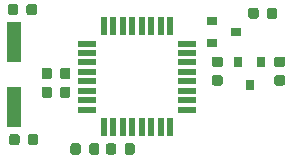
<source format=gbr>
G04 #@! TF.GenerationSoftware,KiCad,Pcbnew,(5.1.2)-2*
G04 #@! TF.CreationDate,2020-02-18T23:36:01-05:00*
G04 #@! TF.ProjectId,_autosave-AddressableLED,5f617574-6f73-4617-9665-2d4164647265,rev?*
G04 #@! TF.SameCoordinates,Original*
G04 #@! TF.FileFunction,Paste,Bot*
G04 #@! TF.FilePolarity,Positive*
%FSLAX46Y46*%
G04 Gerber Fmt 4.6, Leading zero omitted, Abs format (unit mm)*
G04 Created by KiCad (PCBNEW (5.1.2)-2) date 2020-02-18 23:36:01*
%MOMM*%
%LPD*%
G04 APERTURE LIST*
%ADD10C,0.100000*%
%ADD11C,0.875000*%
%ADD12R,0.900000X0.800000*%
%ADD13R,1.200000X3.500000*%
%ADD14R,0.550000X1.600000*%
%ADD15R,1.600000X0.550000*%
%ADD16R,0.800000X0.900000*%
G04 APERTURE END LIST*
D10*
G36*
X147077691Y-110551053D02*
G01*
X147098926Y-110554203D01*
X147119750Y-110559419D01*
X147139962Y-110566651D01*
X147159368Y-110575830D01*
X147177781Y-110586866D01*
X147195024Y-110599654D01*
X147210930Y-110614070D01*
X147225346Y-110629976D01*
X147238134Y-110647219D01*
X147249170Y-110665632D01*
X147258349Y-110685038D01*
X147265581Y-110705250D01*
X147270797Y-110726074D01*
X147273947Y-110747309D01*
X147275000Y-110768750D01*
X147275000Y-111206250D01*
X147273947Y-111227691D01*
X147270797Y-111248926D01*
X147265581Y-111269750D01*
X147258349Y-111289962D01*
X147249170Y-111309368D01*
X147238134Y-111327781D01*
X147225346Y-111345024D01*
X147210930Y-111360930D01*
X147195024Y-111375346D01*
X147177781Y-111388134D01*
X147159368Y-111399170D01*
X147139962Y-111408349D01*
X147119750Y-111415581D01*
X147098926Y-111420797D01*
X147077691Y-111423947D01*
X147056250Y-111425000D01*
X146543750Y-111425000D01*
X146522309Y-111423947D01*
X146501074Y-111420797D01*
X146480250Y-111415581D01*
X146460038Y-111408349D01*
X146440632Y-111399170D01*
X146422219Y-111388134D01*
X146404976Y-111375346D01*
X146389070Y-111360930D01*
X146374654Y-111345024D01*
X146361866Y-111327781D01*
X146350830Y-111309368D01*
X146341651Y-111289962D01*
X146334419Y-111269750D01*
X146329203Y-111248926D01*
X146326053Y-111227691D01*
X146325000Y-111206250D01*
X146325000Y-110768750D01*
X146326053Y-110747309D01*
X146329203Y-110726074D01*
X146334419Y-110705250D01*
X146341651Y-110685038D01*
X146350830Y-110665632D01*
X146361866Y-110647219D01*
X146374654Y-110629976D01*
X146389070Y-110614070D01*
X146404976Y-110599654D01*
X146422219Y-110586866D01*
X146440632Y-110575830D01*
X146460038Y-110566651D01*
X146480250Y-110559419D01*
X146501074Y-110554203D01*
X146522309Y-110551053D01*
X146543750Y-110550000D01*
X147056250Y-110550000D01*
X147077691Y-110551053D01*
X147077691Y-110551053D01*
G37*
D11*
X146800000Y-110987500D03*
D10*
G36*
X147077691Y-108976053D02*
G01*
X147098926Y-108979203D01*
X147119750Y-108984419D01*
X147139962Y-108991651D01*
X147159368Y-109000830D01*
X147177781Y-109011866D01*
X147195024Y-109024654D01*
X147210930Y-109039070D01*
X147225346Y-109054976D01*
X147238134Y-109072219D01*
X147249170Y-109090632D01*
X147258349Y-109110038D01*
X147265581Y-109130250D01*
X147270797Y-109151074D01*
X147273947Y-109172309D01*
X147275000Y-109193750D01*
X147275000Y-109631250D01*
X147273947Y-109652691D01*
X147270797Y-109673926D01*
X147265581Y-109694750D01*
X147258349Y-109714962D01*
X147249170Y-109734368D01*
X147238134Y-109752781D01*
X147225346Y-109770024D01*
X147210930Y-109785930D01*
X147195024Y-109800346D01*
X147177781Y-109813134D01*
X147159368Y-109824170D01*
X147139962Y-109833349D01*
X147119750Y-109840581D01*
X147098926Y-109845797D01*
X147077691Y-109848947D01*
X147056250Y-109850000D01*
X146543750Y-109850000D01*
X146522309Y-109848947D01*
X146501074Y-109845797D01*
X146480250Y-109840581D01*
X146460038Y-109833349D01*
X146440632Y-109824170D01*
X146422219Y-109813134D01*
X146404976Y-109800346D01*
X146389070Y-109785930D01*
X146374654Y-109770024D01*
X146361866Y-109752781D01*
X146350830Y-109734368D01*
X146341651Y-109714962D01*
X146334419Y-109694750D01*
X146329203Y-109673926D01*
X146326053Y-109652691D01*
X146325000Y-109631250D01*
X146325000Y-109193750D01*
X146326053Y-109172309D01*
X146329203Y-109151074D01*
X146334419Y-109130250D01*
X146341651Y-109110038D01*
X146350830Y-109090632D01*
X146361866Y-109072219D01*
X146374654Y-109054976D01*
X146389070Y-109039070D01*
X146404976Y-109024654D01*
X146422219Y-109011866D01*
X146440632Y-109000830D01*
X146460038Y-108991651D01*
X146480250Y-108984419D01*
X146501074Y-108979203D01*
X146522309Y-108976053D01*
X146543750Y-108975000D01*
X147056250Y-108975000D01*
X147077691Y-108976053D01*
X147077691Y-108976053D01*
G37*
D11*
X146800000Y-109412500D03*
D12*
X148400000Y-106900000D03*
X146400000Y-105950000D03*
X146400000Y-107850000D03*
D10*
G36*
X139627691Y-116326053D02*
G01*
X139648926Y-116329203D01*
X139669750Y-116334419D01*
X139689962Y-116341651D01*
X139709368Y-116350830D01*
X139727781Y-116361866D01*
X139745024Y-116374654D01*
X139760930Y-116389070D01*
X139775346Y-116404976D01*
X139788134Y-116422219D01*
X139799170Y-116440632D01*
X139808349Y-116460038D01*
X139815581Y-116480250D01*
X139820797Y-116501074D01*
X139823947Y-116522309D01*
X139825000Y-116543750D01*
X139825000Y-117056250D01*
X139823947Y-117077691D01*
X139820797Y-117098926D01*
X139815581Y-117119750D01*
X139808349Y-117139962D01*
X139799170Y-117159368D01*
X139788134Y-117177781D01*
X139775346Y-117195024D01*
X139760930Y-117210930D01*
X139745024Y-117225346D01*
X139727781Y-117238134D01*
X139709368Y-117249170D01*
X139689962Y-117258349D01*
X139669750Y-117265581D01*
X139648926Y-117270797D01*
X139627691Y-117273947D01*
X139606250Y-117275000D01*
X139168750Y-117275000D01*
X139147309Y-117273947D01*
X139126074Y-117270797D01*
X139105250Y-117265581D01*
X139085038Y-117258349D01*
X139065632Y-117249170D01*
X139047219Y-117238134D01*
X139029976Y-117225346D01*
X139014070Y-117210930D01*
X138999654Y-117195024D01*
X138986866Y-117177781D01*
X138975830Y-117159368D01*
X138966651Y-117139962D01*
X138959419Y-117119750D01*
X138954203Y-117098926D01*
X138951053Y-117077691D01*
X138950000Y-117056250D01*
X138950000Y-116543750D01*
X138951053Y-116522309D01*
X138954203Y-116501074D01*
X138959419Y-116480250D01*
X138966651Y-116460038D01*
X138975830Y-116440632D01*
X138986866Y-116422219D01*
X138999654Y-116404976D01*
X139014070Y-116389070D01*
X139029976Y-116374654D01*
X139047219Y-116361866D01*
X139065632Y-116350830D01*
X139085038Y-116341651D01*
X139105250Y-116334419D01*
X139126074Y-116329203D01*
X139147309Y-116326053D01*
X139168750Y-116325000D01*
X139606250Y-116325000D01*
X139627691Y-116326053D01*
X139627691Y-116326053D01*
G37*
D11*
X139387500Y-116800000D03*
D10*
G36*
X138052691Y-116326053D02*
G01*
X138073926Y-116329203D01*
X138094750Y-116334419D01*
X138114962Y-116341651D01*
X138134368Y-116350830D01*
X138152781Y-116361866D01*
X138170024Y-116374654D01*
X138185930Y-116389070D01*
X138200346Y-116404976D01*
X138213134Y-116422219D01*
X138224170Y-116440632D01*
X138233349Y-116460038D01*
X138240581Y-116480250D01*
X138245797Y-116501074D01*
X138248947Y-116522309D01*
X138250000Y-116543750D01*
X138250000Y-117056250D01*
X138248947Y-117077691D01*
X138245797Y-117098926D01*
X138240581Y-117119750D01*
X138233349Y-117139962D01*
X138224170Y-117159368D01*
X138213134Y-117177781D01*
X138200346Y-117195024D01*
X138185930Y-117210930D01*
X138170024Y-117225346D01*
X138152781Y-117238134D01*
X138134368Y-117249170D01*
X138114962Y-117258349D01*
X138094750Y-117265581D01*
X138073926Y-117270797D01*
X138052691Y-117273947D01*
X138031250Y-117275000D01*
X137593750Y-117275000D01*
X137572309Y-117273947D01*
X137551074Y-117270797D01*
X137530250Y-117265581D01*
X137510038Y-117258349D01*
X137490632Y-117249170D01*
X137472219Y-117238134D01*
X137454976Y-117225346D01*
X137439070Y-117210930D01*
X137424654Y-117195024D01*
X137411866Y-117177781D01*
X137400830Y-117159368D01*
X137391651Y-117139962D01*
X137384419Y-117119750D01*
X137379203Y-117098926D01*
X137376053Y-117077691D01*
X137375000Y-117056250D01*
X137375000Y-116543750D01*
X137376053Y-116522309D01*
X137379203Y-116501074D01*
X137384419Y-116480250D01*
X137391651Y-116460038D01*
X137400830Y-116440632D01*
X137411866Y-116422219D01*
X137424654Y-116404976D01*
X137439070Y-116389070D01*
X137454976Y-116374654D01*
X137472219Y-116361866D01*
X137490632Y-116350830D01*
X137510038Y-116341651D01*
X137530250Y-116334419D01*
X137551074Y-116329203D01*
X137572309Y-116326053D01*
X137593750Y-116325000D01*
X138031250Y-116325000D01*
X138052691Y-116326053D01*
X138052691Y-116326053D01*
G37*
D11*
X137812500Y-116800000D03*
D10*
G36*
X129752691Y-104526053D02*
G01*
X129773926Y-104529203D01*
X129794750Y-104534419D01*
X129814962Y-104541651D01*
X129834368Y-104550830D01*
X129852781Y-104561866D01*
X129870024Y-104574654D01*
X129885930Y-104589070D01*
X129900346Y-104604976D01*
X129913134Y-104622219D01*
X129924170Y-104640632D01*
X129933349Y-104660038D01*
X129940581Y-104680250D01*
X129945797Y-104701074D01*
X129948947Y-104722309D01*
X129950000Y-104743750D01*
X129950000Y-105256250D01*
X129948947Y-105277691D01*
X129945797Y-105298926D01*
X129940581Y-105319750D01*
X129933349Y-105339962D01*
X129924170Y-105359368D01*
X129913134Y-105377781D01*
X129900346Y-105395024D01*
X129885930Y-105410930D01*
X129870024Y-105425346D01*
X129852781Y-105438134D01*
X129834368Y-105449170D01*
X129814962Y-105458349D01*
X129794750Y-105465581D01*
X129773926Y-105470797D01*
X129752691Y-105473947D01*
X129731250Y-105475000D01*
X129293750Y-105475000D01*
X129272309Y-105473947D01*
X129251074Y-105470797D01*
X129230250Y-105465581D01*
X129210038Y-105458349D01*
X129190632Y-105449170D01*
X129172219Y-105438134D01*
X129154976Y-105425346D01*
X129139070Y-105410930D01*
X129124654Y-105395024D01*
X129111866Y-105377781D01*
X129100830Y-105359368D01*
X129091651Y-105339962D01*
X129084419Y-105319750D01*
X129079203Y-105298926D01*
X129076053Y-105277691D01*
X129075000Y-105256250D01*
X129075000Y-104743750D01*
X129076053Y-104722309D01*
X129079203Y-104701074D01*
X129084419Y-104680250D01*
X129091651Y-104660038D01*
X129100830Y-104640632D01*
X129111866Y-104622219D01*
X129124654Y-104604976D01*
X129139070Y-104589070D01*
X129154976Y-104574654D01*
X129172219Y-104561866D01*
X129190632Y-104550830D01*
X129210038Y-104541651D01*
X129230250Y-104534419D01*
X129251074Y-104529203D01*
X129272309Y-104526053D01*
X129293750Y-104525000D01*
X129731250Y-104525000D01*
X129752691Y-104526053D01*
X129752691Y-104526053D01*
G37*
D11*
X129512500Y-105000000D03*
D10*
G36*
X131327691Y-104526053D02*
G01*
X131348926Y-104529203D01*
X131369750Y-104534419D01*
X131389962Y-104541651D01*
X131409368Y-104550830D01*
X131427781Y-104561866D01*
X131445024Y-104574654D01*
X131460930Y-104589070D01*
X131475346Y-104604976D01*
X131488134Y-104622219D01*
X131499170Y-104640632D01*
X131508349Y-104660038D01*
X131515581Y-104680250D01*
X131520797Y-104701074D01*
X131523947Y-104722309D01*
X131525000Y-104743750D01*
X131525000Y-105256250D01*
X131523947Y-105277691D01*
X131520797Y-105298926D01*
X131515581Y-105319750D01*
X131508349Y-105339962D01*
X131499170Y-105359368D01*
X131488134Y-105377781D01*
X131475346Y-105395024D01*
X131460930Y-105410930D01*
X131445024Y-105425346D01*
X131427781Y-105438134D01*
X131409368Y-105449170D01*
X131389962Y-105458349D01*
X131369750Y-105465581D01*
X131348926Y-105470797D01*
X131327691Y-105473947D01*
X131306250Y-105475000D01*
X130868750Y-105475000D01*
X130847309Y-105473947D01*
X130826074Y-105470797D01*
X130805250Y-105465581D01*
X130785038Y-105458349D01*
X130765632Y-105449170D01*
X130747219Y-105438134D01*
X130729976Y-105425346D01*
X130714070Y-105410930D01*
X130699654Y-105395024D01*
X130686866Y-105377781D01*
X130675830Y-105359368D01*
X130666651Y-105339962D01*
X130659419Y-105319750D01*
X130654203Y-105298926D01*
X130651053Y-105277691D01*
X130650000Y-105256250D01*
X130650000Y-104743750D01*
X130651053Y-104722309D01*
X130654203Y-104701074D01*
X130659419Y-104680250D01*
X130666651Y-104660038D01*
X130675830Y-104640632D01*
X130686866Y-104622219D01*
X130699654Y-104604976D01*
X130714070Y-104589070D01*
X130729976Y-104574654D01*
X130747219Y-104561866D01*
X130765632Y-104550830D01*
X130785038Y-104541651D01*
X130805250Y-104534419D01*
X130826074Y-104529203D01*
X130847309Y-104526053D01*
X130868750Y-104525000D01*
X131306250Y-104525000D01*
X131327691Y-104526053D01*
X131327691Y-104526053D01*
G37*
D11*
X131087500Y-105000000D03*
D10*
G36*
X129865191Y-115526053D02*
G01*
X129886426Y-115529203D01*
X129907250Y-115534419D01*
X129927462Y-115541651D01*
X129946868Y-115550830D01*
X129965281Y-115561866D01*
X129982524Y-115574654D01*
X129998430Y-115589070D01*
X130012846Y-115604976D01*
X130025634Y-115622219D01*
X130036670Y-115640632D01*
X130045849Y-115660038D01*
X130053081Y-115680250D01*
X130058297Y-115701074D01*
X130061447Y-115722309D01*
X130062500Y-115743750D01*
X130062500Y-116256250D01*
X130061447Y-116277691D01*
X130058297Y-116298926D01*
X130053081Y-116319750D01*
X130045849Y-116339962D01*
X130036670Y-116359368D01*
X130025634Y-116377781D01*
X130012846Y-116395024D01*
X129998430Y-116410930D01*
X129982524Y-116425346D01*
X129965281Y-116438134D01*
X129946868Y-116449170D01*
X129927462Y-116458349D01*
X129907250Y-116465581D01*
X129886426Y-116470797D01*
X129865191Y-116473947D01*
X129843750Y-116475000D01*
X129406250Y-116475000D01*
X129384809Y-116473947D01*
X129363574Y-116470797D01*
X129342750Y-116465581D01*
X129322538Y-116458349D01*
X129303132Y-116449170D01*
X129284719Y-116438134D01*
X129267476Y-116425346D01*
X129251570Y-116410930D01*
X129237154Y-116395024D01*
X129224366Y-116377781D01*
X129213330Y-116359368D01*
X129204151Y-116339962D01*
X129196919Y-116319750D01*
X129191703Y-116298926D01*
X129188553Y-116277691D01*
X129187500Y-116256250D01*
X129187500Y-115743750D01*
X129188553Y-115722309D01*
X129191703Y-115701074D01*
X129196919Y-115680250D01*
X129204151Y-115660038D01*
X129213330Y-115640632D01*
X129224366Y-115622219D01*
X129237154Y-115604976D01*
X129251570Y-115589070D01*
X129267476Y-115574654D01*
X129284719Y-115561866D01*
X129303132Y-115550830D01*
X129322538Y-115541651D01*
X129342750Y-115534419D01*
X129363574Y-115529203D01*
X129384809Y-115526053D01*
X129406250Y-115525000D01*
X129843750Y-115525000D01*
X129865191Y-115526053D01*
X129865191Y-115526053D01*
G37*
D11*
X129625000Y-116000000D03*
D10*
G36*
X131440191Y-115526053D02*
G01*
X131461426Y-115529203D01*
X131482250Y-115534419D01*
X131502462Y-115541651D01*
X131521868Y-115550830D01*
X131540281Y-115561866D01*
X131557524Y-115574654D01*
X131573430Y-115589070D01*
X131587846Y-115604976D01*
X131600634Y-115622219D01*
X131611670Y-115640632D01*
X131620849Y-115660038D01*
X131628081Y-115680250D01*
X131633297Y-115701074D01*
X131636447Y-115722309D01*
X131637500Y-115743750D01*
X131637500Y-116256250D01*
X131636447Y-116277691D01*
X131633297Y-116298926D01*
X131628081Y-116319750D01*
X131620849Y-116339962D01*
X131611670Y-116359368D01*
X131600634Y-116377781D01*
X131587846Y-116395024D01*
X131573430Y-116410930D01*
X131557524Y-116425346D01*
X131540281Y-116438134D01*
X131521868Y-116449170D01*
X131502462Y-116458349D01*
X131482250Y-116465581D01*
X131461426Y-116470797D01*
X131440191Y-116473947D01*
X131418750Y-116475000D01*
X130981250Y-116475000D01*
X130959809Y-116473947D01*
X130938574Y-116470797D01*
X130917750Y-116465581D01*
X130897538Y-116458349D01*
X130878132Y-116449170D01*
X130859719Y-116438134D01*
X130842476Y-116425346D01*
X130826570Y-116410930D01*
X130812154Y-116395024D01*
X130799366Y-116377781D01*
X130788330Y-116359368D01*
X130779151Y-116339962D01*
X130771919Y-116319750D01*
X130766703Y-116298926D01*
X130763553Y-116277691D01*
X130762500Y-116256250D01*
X130762500Y-115743750D01*
X130763553Y-115722309D01*
X130766703Y-115701074D01*
X130771919Y-115680250D01*
X130779151Y-115660038D01*
X130788330Y-115640632D01*
X130799366Y-115622219D01*
X130812154Y-115604976D01*
X130826570Y-115589070D01*
X130842476Y-115574654D01*
X130859719Y-115561866D01*
X130878132Y-115550830D01*
X130897538Y-115541651D01*
X130917750Y-115534419D01*
X130938574Y-115529203D01*
X130959809Y-115526053D01*
X130981250Y-115525000D01*
X131418750Y-115525000D01*
X131440191Y-115526053D01*
X131440191Y-115526053D01*
G37*
D11*
X131200000Y-116000000D03*
D10*
G36*
X132602691Y-109926053D02*
G01*
X132623926Y-109929203D01*
X132644750Y-109934419D01*
X132664962Y-109941651D01*
X132684368Y-109950830D01*
X132702781Y-109961866D01*
X132720024Y-109974654D01*
X132735930Y-109989070D01*
X132750346Y-110004976D01*
X132763134Y-110022219D01*
X132774170Y-110040632D01*
X132783349Y-110060038D01*
X132790581Y-110080250D01*
X132795797Y-110101074D01*
X132798947Y-110122309D01*
X132800000Y-110143750D01*
X132800000Y-110656250D01*
X132798947Y-110677691D01*
X132795797Y-110698926D01*
X132790581Y-110719750D01*
X132783349Y-110739962D01*
X132774170Y-110759368D01*
X132763134Y-110777781D01*
X132750346Y-110795024D01*
X132735930Y-110810930D01*
X132720024Y-110825346D01*
X132702781Y-110838134D01*
X132684368Y-110849170D01*
X132664962Y-110858349D01*
X132644750Y-110865581D01*
X132623926Y-110870797D01*
X132602691Y-110873947D01*
X132581250Y-110875000D01*
X132143750Y-110875000D01*
X132122309Y-110873947D01*
X132101074Y-110870797D01*
X132080250Y-110865581D01*
X132060038Y-110858349D01*
X132040632Y-110849170D01*
X132022219Y-110838134D01*
X132004976Y-110825346D01*
X131989070Y-110810930D01*
X131974654Y-110795024D01*
X131961866Y-110777781D01*
X131950830Y-110759368D01*
X131941651Y-110739962D01*
X131934419Y-110719750D01*
X131929203Y-110698926D01*
X131926053Y-110677691D01*
X131925000Y-110656250D01*
X131925000Y-110143750D01*
X131926053Y-110122309D01*
X131929203Y-110101074D01*
X131934419Y-110080250D01*
X131941651Y-110060038D01*
X131950830Y-110040632D01*
X131961866Y-110022219D01*
X131974654Y-110004976D01*
X131989070Y-109989070D01*
X132004976Y-109974654D01*
X132022219Y-109961866D01*
X132040632Y-109950830D01*
X132060038Y-109941651D01*
X132080250Y-109934419D01*
X132101074Y-109929203D01*
X132122309Y-109926053D01*
X132143750Y-109925000D01*
X132581250Y-109925000D01*
X132602691Y-109926053D01*
X132602691Y-109926053D01*
G37*
D11*
X132362500Y-110400000D03*
D10*
G36*
X134177691Y-109926053D02*
G01*
X134198926Y-109929203D01*
X134219750Y-109934419D01*
X134239962Y-109941651D01*
X134259368Y-109950830D01*
X134277781Y-109961866D01*
X134295024Y-109974654D01*
X134310930Y-109989070D01*
X134325346Y-110004976D01*
X134338134Y-110022219D01*
X134349170Y-110040632D01*
X134358349Y-110060038D01*
X134365581Y-110080250D01*
X134370797Y-110101074D01*
X134373947Y-110122309D01*
X134375000Y-110143750D01*
X134375000Y-110656250D01*
X134373947Y-110677691D01*
X134370797Y-110698926D01*
X134365581Y-110719750D01*
X134358349Y-110739962D01*
X134349170Y-110759368D01*
X134338134Y-110777781D01*
X134325346Y-110795024D01*
X134310930Y-110810930D01*
X134295024Y-110825346D01*
X134277781Y-110838134D01*
X134259368Y-110849170D01*
X134239962Y-110858349D01*
X134219750Y-110865581D01*
X134198926Y-110870797D01*
X134177691Y-110873947D01*
X134156250Y-110875000D01*
X133718750Y-110875000D01*
X133697309Y-110873947D01*
X133676074Y-110870797D01*
X133655250Y-110865581D01*
X133635038Y-110858349D01*
X133615632Y-110849170D01*
X133597219Y-110838134D01*
X133579976Y-110825346D01*
X133564070Y-110810930D01*
X133549654Y-110795024D01*
X133536866Y-110777781D01*
X133525830Y-110759368D01*
X133516651Y-110739962D01*
X133509419Y-110719750D01*
X133504203Y-110698926D01*
X133501053Y-110677691D01*
X133500000Y-110656250D01*
X133500000Y-110143750D01*
X133501053Y-110122309D01*
X133504203Y-110101074D01*
X133509419Y-110080250D01*
X133516651Y-110060038D01*
X133525830Y-110040632D01*
X133536866Y-110022219D01*
X133549654Y-110004976D01*
X133564070Y-109989070D01*
X133579976Y-109974654D01*
X133597219Y-109961866D01*
X133615632Y-109950830D01*
X133635038Y-109941651D01*
X133655250Y-109934419D01*
X133676074Y-109929203D01*
X133697309Y-109926053D01*
X133718750Y-109925000D01*
X134156250Y-109925000D01*
X134177691Y-109926053D01*
X134177691Y-109926053D01*
G37*
D11*
X133937500Y-110400000D03*
D10*
G36*
X132602691Y-111526053D02*
G01*
X132623926Y-111529203D01*
X132644750Y-111534419D01*
X132664962Y-111541651D01*
X132684368Y-111550830D01*
X132702781Y-111561866D01*
X132720024Y-111574654D01*
X132735930Y-111589070D01*
X132750346Y-111604976D01*
X132763134Y-111622219D01*
X132774170Y-111640632D01*
X132783349Y-111660038D01*
X132790581Y-111680250D01*
X132795797Y-111701074D01*
X132798947Y-111722309D01*
X132800000Y-111743750D01*
X132800000Y-112256250D01*
X132798947Y-112277691D01*
X132795797Y-112298926D01*
X132790581Y-112319750D01*
X132783349Y-112339962D01*
X132774170Y-112359368D01*
X132763134Y-112377781D01*
X132750346Y-112395024D01*
X132735930Y-112410930D01*
X132720024Y-112425346D01*
X132702781Y-112438134D01*
X132684368Y-112449170D01*
X132664962Y-112458349D01*
X132644750Y-112465581D01*
X132623926Y-112470797D01*
X132602691Y-112473947D01*
X132581250Y-112475000D01*
X132143750Y-112475000D01*
X132122309Y-112473947D01*
X132101074Y-112470797D01*
X132080250Y-112465581D01*
X132060038Y-112458349D01*
X132040632Y-112449170D01*
X132022219Y-112438134D01*
X132004976Y-112425346D01*
X131989070Y-112410930D01*
X131974654Y-112395024D01*
X131961866Y-112377781D01*
X131950830Y-112359368D01*
X131941651Y-112339962D01*
X131934419Y-112319750D01*
X131929203Y-112298926D01*
X131926053Y-112277691D01*
X131925000Y-112256250D01*
X131925000Y-111743750D01*
X131926053Y-111722309D01*
X131929203Y-111701074D01*
X131934419Y-111680250D01*
X131941651Y-111660038D01*
X131950830Y-111640632D01*
X131961866Y-111622219D01*
X131974654Y-111604976D01*
X131989070Y-111589070D01*
X132004976Y-111574654D01*
X132022219Y-111561866D01*
X132040632Y-111550830D01*
X132060038Y-111541651D01*
X132080250Y-111534419D01*
X132101074Y-111529203D01*
X132122309Y-111526053D01*
X132143750Y-111525000D01*
X132581250Y-111525000D01*
X132602691Y-111526053D01*
X132602691Y-111526053D01*
G37*
D11*
X132362500Y-112000000D03*
D10*
G36*
X134177691Y-111526053D02*
G01*
X134198926Y-111529203D01*
X134219750Y-111534419D01*
X134239962Y-111541651D01*
X134259368Y-111550830D01*
X134277781Y-111561866D01*
X134295024Y-111574654D01*
X134310930Y-111589070D01*
X134325346Y-111604976D01*
X134338134Y-111622219D01*
X134349170Y-111640632D01*
X134358349Y-111660038D01*
X134365581Y-111680250D01*
X134370797Y-111701074D01*
X134373947Y-111722309D01*
X134375000Y-111743750D01*
X134375000Y-112256250D01*
X134373947Y-112277691D01*
X134370797Y-112298926D01*
X134365581Y-112319750D01*
X134358349Y-112339962D01*
X134349170Y-112359368D01*
X134338134Y-112377781D01*
X134325346Y-112395024D01*
X134310930Y-112410930D01*
X134295024Y-112425346D01*
X134277781Y-112438134D01*
X134259368Y-112449170D01*
X134239962Y-112458349D01*
X134219750Y-112465581D01*
X134198926Y-112470797D01*
X134177691Y-112473947D01*
X134156250Y-112475000D01*
X133718750Y-112475000D01*
X133697309Y-112473947D01*
X133676074Y-112470797D01*
X133655250Y-112465581D01*
X133635038Y-112458349D01*
X133615632Y-112449170D01*
X133597219Y-112438134D01*
X133579976Y-112425346D01*
X133564070Y-112410930D01*
X133549654Y-112395024D01*
X133536866Y-112377781D01*
X133525830Y-112359368D01*
X133516651Y-112339962D01*
X133509419Y-112319750D01*
X133504203Y-112298926D01*
X133501053Y-112277691D01*
X133500000Y-112256250D01*
X133500000Y-111743750D01*
X133501053Y-111722309D01*
X133504203Y-111701074D01*
X133509419Y-111680250D01*
X133516651Y-111660038D01*
X133525830Y-111640632D01*
X133536866Y-111622219D01*
X133549654Y-111604976D01*
X133564070Y-111589070D01*
X133579976Y-111574654D01*
X133597219Y-111561866D01*
X133615632Y-111550830D01*
X133635038Y-111541651D01*
X133655250Y-111534419D01*
X133676074Y-111529203D01*
X133697309Y-111526053D01*
X133718750Y-111525000D01*
X134156250Y-111525000D01*
X134177691Y-111526053D01*
X134177691Y-111526053D01*
G37*
D11*
X133937500Y-112000000D03*
D10*
G36*
X136627691Y-116326053D02*
G01*
X136648926Y-116329203D01*
X136669750Y-116334419D01*
X136689962Y-116341651D01*
X136709368Y-116350830D01*
X136727781Y-116361866D01*
X136745024Y-116374654D01*
X136760930Y-116389070D01*
X136775346Y-116404976D01*
X136788134Y-116422219D01*
X136799170Y-116440632D01*
X136808349Y-116460038D01*
X136815581Y-116480250D01*
X136820797Y-116501074D01*
X136823947Y-116522309D01*
X136825000Y-116543750D01*
X136825000Y-117056250D01*
X136823947Y-117077691D01*
X136820797Y-117098926D01*
X136815581Y-117119750D01*
X136808349Y-117139962D01*
X136799170Y-117159368D01*
X136788134Y-117177781D01*
X136775346Y-117195024D01*
X136760930Y-117210930D01*
X136745024Y-117225346D01*
X136727781Y-117238134D01*
X136709368Y-117249170D01*
X136689962Y-117258349D01*
X136669750Y-117265581D01*
X136648926Y-117270797D01*
X136627691Y-117273947D01*
X136606250Y-117275000D01*
X136168750Y-117275000D01*
X136147309Y-117273947D01*
X136126074Y-117270797D01*
X136105250Y-117265581D01*
X136085038Y-117258349D01*
X136065632Y-117249170D01*
X136047219Y-117238134D01*
X136029976Y-117225346D01*
X136014070Y-117210930D01*
X135999654Y-117195024D01*
X135986866Y-117177781D01*
X135975830Y-117159368D01*
X135966651Y-117139962D01*
X135959419Y-117119750D01*
X135954203Y-117098926D01*
X135951053Y-117077691D01*
X135950000Y-117056250D01*
X135950000Y-116543750D01*
X135951053Y-116522309D01*
X135954203Y-116501074D01*
X135959419Y-116480250D01*
X135966651Y-116460038D01*
X135975830Y-116440632D01*
X135986866Y-116422219D01*
X135999654Y-116404976D01*
X136014070Y-116389070D01*
X136029976Y-116374654D01*
X136047219Y-116361866D01*
X136065632Y-116350830D01*
X136085038Y-116341651D01*
X136105250Y-116334419D01*
X136126074Y-116329203D01*
X136147309Y-116326053D01*
X136168750Y-116325000D01*
X136606250Y-116325000D01*
X136627691Y-116326053D01*
X136627691Y-116326053D01*
G37*
D11*
X136387500Y-116800000D03*
D10*
G36*
X135052691Y-116326053D02*
G01*
X135073926Y-116329203D01*
X135094750Y-116334419D01*
X135114962Y-116341651D01*
X135134368Y-116350830D01*
X135152781Y-116361866D01*
X135170024Y-116374654D01*
X135185930Y-116389070D01*
X135200346Y-116404976D01*
X135213134Y-116422219D01*
X135224170Y-116440632D01*
X135233349Y-116460038D01*
X135240581Y-116480250D01*
X135245797Y-116501074D01*
X135248947Y-116522309D01*
X135250000Y-116543750D01*
X135250000Y-117056250D01*
X135248947Y-117077691D01*
X135245797Y-117098926D01*
X135240581Y-117119750D01*
X135233349Y-117139962D01*
X135224170Y-117159368D01*
X135213134Y-117177781D01*
X135200346Y-117195024D01*
X135185930Y-117210930D01*
X135170024Y-117225346D01*
X135152781Y-117238134D01*
X135134368Y-117249170D01*
X135114962Y-117258349D01*
X135094750Y-117265581D01*
X135073926Y-117270797D01*
X135052691Y-117273947D01*
X135031250Y-117275000D01*
X134593750Y-117275000D01*
X134572309Y-117273947D01*
X134551074Y-117270797D01*
X134530250Y-117265581D01*
X134510038Y-117258349D01*
X134490632Y-117249170D01*
X134472219Y-117238134D01*
X134454976Y-117225346D01*
X134439070Y-117210930D01*
X134424654Y-117195024D01*
X134411866Y-117177781D01*
X134400830Y-117159368D01*
X134391651Y-117139962D01*
X134384419Y-117119750D01*
X134379203Y-117098926D01*
X134376053Y-117077691D01*
X134375000Y-117056250D01*
X134375000Y-116543750D01*
X134376053Y-116522309D01*
X134379203Y-116501074D01*
X134384419Y-116480250D01*
X134391651Y-116460038D01*
X134400830Y-116440632D01*
X134411866Y-116422219D01*
X134424654Y-116404976D01*
X134439070Y-116389070D01*
X134454976Y-116374654D01*
X134472219Y-116361866D01*
X134490632Y-116350830D01*
X134510038Y-116341651D01*
X134530250Y-116334419D01*
X134551074Y-116329203D01*
X134572309Y-116326053D01*
X134593750Y-116325000D01*
X135031250Y-116325000D01*
X135052691Y-116326053D01*
X135052691Y-116326053D01*
G37*
D11*
X134812500Y-116800000D03*
D13*
X129600000Y-107750000D03*
X129600000Y-113250000D03*
D14*
X137200000Y-114918000D03*
X138000000Y-114918000D03*
X138800000Y-114918000D03*
X139600000Y-114918000D03*
X140400000Y-114918000D03*
X141200000Y-114918000D03*
X142000000Y-114918000D03*
X142800000Y-114918000D03*
D15*
X144250000Y-113468000D03*
X144250000Y-112668000D03*
X144250000Y-111868000D03*
X144250000Y-111068000D03*
X144250000Y-110268000D03*
X144250000Y-109468000D03*
X144250000Y-108668000D03*
X144250000Y-107868000D03*
D14*
X142800000Y-106418000D03*
X142000000Y-106418000D03*
X141200000Y-106418000D03*
X140400000Y-106418000D03*
X139600000Y-106418000D03*
X138800000Y-106418000D03*
X138000000Y-106418000D03*
X137200000Y-106418000D03*
D15*
X135750000Y-107868000D03*
X135750000Y-108668000D03*
X135750000Y-109468000D03*
X135750000Y-110268000D03*
X135750000Y-111068000D03*
X135750000Y-111868000D03*
X135750000Y-112668000D03*
X135750000Y-113468000D03*
D16*
X149550000Y-111400000D03*
X150500000Y-109400000D03*
X148600000Y-109400000D03*
D10*
G36*
X151677691Y-104826053D02*
G01*
X151698926Y-104829203D01*
X151719750Y-104834419D01*
X151739962Y-104841651D01*
X151759368Y-104850830D01*
X151777781Y-104861866D01*
X151795024Y-104874654D01*
X151810930Y-104889070D01*
X151825346Y-104904976D01*
X151838134Y-104922219D01*
X151849170Y-104940632D01*
X151858349Y-104960038D01*
X151865581Y-104980250D01*
X151870797Y-105001074D01*
X151873947Y-105022309D01*
X151875000Y-105043750D01*
X151875000Y-105556250D01*
X151873947Y-105577691D01*
X151870797Y-105598926D01*
X151865581Y-105619750D01*
X151858349Y-105639962D01*
X151849170Y-105659368D01*
X151838134Y-105677781D01*
X151825346Y-105695024D01*
X151810930Y-105710930D01*
X151795024Y-105725346D01*
X151777781Y-105738134D01*
X151759368Y-105749170D01*
X151739962Y-105758349D01*
X151719750Y-105765581D01*
X151698926Y-105770797D01*
X151677691Y-105773947D01*
X151656250Y-105775000D01*
X151218750Y-105775000D01*
X151197309Y-105773947D01*
X151176074Y-105770797D01*
X151155250Y-105765581D01*
X151135038Y-105758349D01*
X151115632Y-105749170D01*
X151097219Y-105738134D01*
X151079976Y-105725346D01*
X151064070Y-105710930D01*
X151049654Y-105695024D01*
X151036866Y-105677781D01*
X151025830Y-105659368D01*
X151016651Y-105639962D01*
X151009419Y-105619750D01*
X151004203Y-105598926D01*
X151001053Y-105577691D01*
X151000000Y-105556250D01*
X151000000Y-105043750D01*
X151001053Y-105022309D01*
X151004203Y-105001074D01*
X151009419Y-104980250D01*
X151016651Y-104960038D01*
X151025830Y-104940632D01*
X151036866Y-104922219D01*
X151049654Y-104904976D01*
X151064070Y-104889070D01*
X151079976Y-104874654D01*
X151097219Y-104861866D01*
X151115632Y-104850830D01*
X151135038Y-104841651D01*
X151155250Y-104834419D01*
X151176074Y-104829203D01*
X151197309Y-104826053D01*
X151218750Y-104825000D01*
X151656250Y-104825000D01*
X151677691Y-104826053D01*
X151677691Y-104826053D01*
G37*
D11*
X151437500Y-105300000D03*
D10*
G36*
X150102691Y-104826053D02*
G01*
X150123926Y-104829203D01*
X150144750Y-104834419D01*
X150164962Y-104841651D01*
X150184368Y-104850830D01*
X150202781Y-104861866D01*
X150220024Y-104874654D01*
X150235930Y-104889070D01*
X150250346Y-104904976D01*
X150263134Y-104922219D01*
X150274170Y-104940632D01*
X150283349Y-104960038D01*
X150290581Y-104980250D01*
X150295797Y-105001074D01*
X150298947Y-105022309D01*
X150300000Y-105043750D01*
X150300000Y-105556250D01*
X150298947Y-105577691D01*
X150295797Y-105598926D01*
X150290581Y-105619750D01*
X150283349Y-105639962D01*
X150274170Y-105659368D01*
X150263134Y-105677781D01*
X150250346Y-105695024D01*
X150235930Y-105710930D01*
X150220024Y-105725346D01*
X150202781Y-105738134D01*
X150184368Y-105749170D01*
X150164962Y-105758349D01*
X150144750Y-105765581D01*
X150123926Y-105770797D01*
X150102691Y-105773947D01*
X150081250Y-105775000D01*
X149643750Y-105775000D01*
X149622309Y-105773947D01*
X149601074Y-105770797D01*
X149580250Y-105765581D01*
X149560038Y-105758349D01*
X149540632Y-105749170D01*
X149522219Y-105738134D01*
X149504976Y-105725346D01*
X149489070Y-105710930D01*
X149474654Y-105695024D01*
X149461866Y-105677781D01*
X149450830Y-105659368D01*
X149441651Y-105639962D01*
X149434419Y-105619750D01*
X149429203Y-105598926D01*
X149426053Y-105577691D01*
X149425000Y-105556250D01*
X149425000Y-105043750D01*
X149426053Y-105022309D01*
X149429203Y-105001074D01*
X149434419Y-104980250D01*
X149441651Y-104960038D01*
X149450830Y-104940632D01*
X149461866Y-104922219D01*
X149474654Y-104904976D01*
X149489070Y-104889070D01*
X149504976Y-104874654D01*
X149522219Y-104861866D01*
X149540632Y-104850830D01*
X149560038Y-104841651D01*
X149580250Y-104834419D01*
X149601074Y-104829203D01*
X149622309Y-104826053D01*
X149643750Y-104825000D01*
X150081250Y-104825000D01*
X150102691Y-104826053D01*
X150102691Y-104826053D01*
G37*
D11*
X149862500Y-105300000D03*
D10*
G36*
X152377691Y-110551053D02*
G01*
X152398926Y-110554203D01*
X152419750Y-110559419D01*
X152439962Y-110566651D01*
X152459368Y-110575830D01*
X152477781Y-110586866D01*
X152495024Y-110599654D01*
X152510930Y-110614070D01*
X152525346Y-110629976D01*
X152538134Y-110647219D01*
X152549170Y-110665632D01*
X152558349Y-110685038D01*
X152565581Y-110705250D01*
X152570797Y-110726074D01*
X152573947Y-110747309D01*
X152575000Y-110768750D01*
X152575000Y-111206250D01*
X152573947Y-111227691D01*
X152570797Y-111248926D01*
X152565581Y-111269750D01*
X152558349Y-111289962D01*
X152549170Y-111309368D01*
X152538134Y-111327781D01*
X152525346Y-111345024D01*
X152510930Y-111360930D01*
X152495024Y-111375346D01*
X152477781Y-111388134D01*
X152459368Y-111399170D01*
X152439962Y-111408349D01*
X152419750Y-111415581D01*
X152398926Y-111420797D01*
X152377691Y-111423947D01*
X152356250Y-111425000D01*
X151843750Y-111425000D01*
X151822309Y-111423947D01*
X151801074Y-111420797D01*
X151780250Y-111415581D01*
X151760038Y-111408349D01*
X151740632Y-111399170D01*
X151722219Y-111388134D01*
X151704976Y-111375346D01*
X151689070Y-111360930D01*
X151674654Y-111345024D01*
X151661866Y-111327781D01*
X151650830Y-111309368D01*
X151641651Y-111289962D01*
X151634419Y-111269750D01*
X151629203Y-111248926D01*
X151626053Y-111227691D01*
X151625000Y-111206250D01*
X151625000Y-110768750D01*
X151626053Y-110747309D01*
X151629203Y-110726074D01*
X151634419Y-110705250D01*
X151641651Y-110685038D01*
X151650830Y-110665632D01*
X151661866Y-110647219D01*
X151674654Y-110629976D01*
X151689070Y-110614070D01*
X151704976Y-110599654D01*
X151722219Y-110586866D01*
X151740632Y-110575830D01*
X151760038Y-110566651D01*
X151780250Y-110559419D01*
X151801074Y-110554203D01*
X151822309Y-110551053D01*
X151843750Y-110550000D01*
X152356250Y-110550000D01*
X152377691Y-110551053D01*
X152377691Y-110551053D01*
G37*
D11*
X152100000Y-110987500D03*
D10*
G36*
X152377691Y-108976053D02*
G01*
X152398926Y-108979203D01*
X152419750Y-108984419D01*
X152439962Y-108991651D01*
X152459368Y-109000830D01*
X152477781Y-109011866D01*
X152495024Y-109024654D01*
X152510930Y-109039070D01*
X152525346Y-109054976D01*
X152538134Y-109072219D01*
X152549170Y-109090632D01*
X152558349Y-109110038D01*
X152565581Y-109130250D01*
X152570797Y-109151074D01*
X152573947Y-109172309D01*
X152575000Y-109193750D01*
X152575000Y-109631250D01*
X152573947Y-109652691D01*
X152570797Y-109673926D01*
X152565581Y-109694750D01*
X152558349Y-109714962D01*
X152549170Y-109734368D01*
X152538134Y-109752781D01*
X152525346Y-109770024D01*
X152510930Y-109785930D01*
X152495024Y-109800346D01*
X152477781Y-109813134D01*
X152459368Y-109824170D01*
X152439962Y-109833349D01*
X152419750Y-109840581D01*
X152398926Y-109845797D01*
X152377691Y-109848947D01*
X152356250Y-109850000D01*
X151843750Y-109850000D01*
X151822309Y-109848947D01*
X151801074Y-109845797D01*
X151780250Y-109840581D01*
X151760038Y-109833349D01*
X151740632Y-109824170D01*
X151722219Y-109813134D01*
X151704976Y-109800346D01*
X151689070Y-109785930D01*
X151674654Y-109770024D01*
X151661866Y-109752781D01*
X151650830Y-109734368D01*
X151641651Y-109714962D01*
X151634419Y-109694750D01*
X151629203Y-109673926D01*
X151626053Y-109652691D01*
X151625000Y-109631250D01*
X151625000Y-109193750D01*
X151626053Y-109172309D01*
X151629203Y-109151074D01*
X151634419Y-109130250D01*
X151641651Y-109110038D01*
X151650830Y-109090632D01*
X151661866Y-109072219D01*
X151674654Y-109054976D01*
X151689070Y-109039070D01*
X151704976Y-109024654D01*
X151722219Y-109011866D01*
X151740632Y-109000830D01*
X151760038Y-108991651D01*
X151780250Y-108984419D01*
X151801074Y-108979203D01*
X151822309Y-108976053D01*
X151843750Y-108975000D01*
X152356250Y-108975000D01*
X152377691Y-108976053D01*
X152377691Y-108976053D01*
G37*
D11*
X152100000Y-109412500D03*
M02*

</source>
